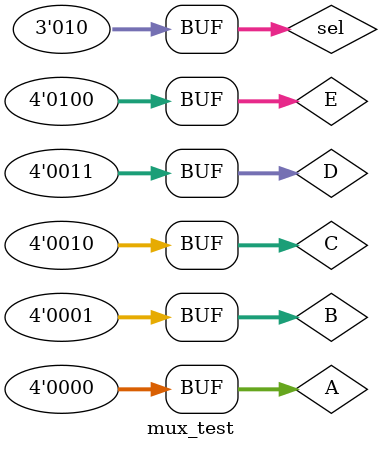
<source format=sv>
`timescale 1ns / 1ps


module mux_test(
    );
    logic [3:0] A,B,C,D,E,out;
    logic [2:0] sel;
     
     MUX DUT(
        .A(A),
        .B(B),
        .C(C),
        .D(D),
        .E(E),
        .out(out),
        .sel(sel)
     );
     
     initial begin
     A = 4'b0000;
     B = 4'b0001;
     C = 4'b0010;
     D = 4'b0011;
     E = 4'b0100;
     sel = 3'd0; 
     
     #10
     sel = 3'd4;
     #10
     sel = 3'd2;
     #10
     sel = 3'd3;
     #10
     sel = 3'd1;
     #10
     sel = 3'd0;
     #10
     sel = 3'd2;
     end
endmodule

</source>
